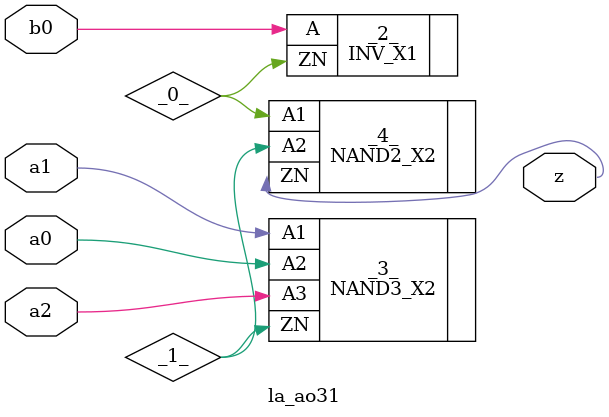
<source format=v>

/* Generated by Yosys 0.44 (git sha1 80ba43d26, g++ 11.4.0-1ubuntu1~22.04 -fPIC -O3) */

(* top =  1  *)
(* src = "generated" *)
module la_ao31 (
    a0,
    a1,
    a2,
    b0,
    z
);
  wire _0_;
  wire _1_;
  (* src = "generated" *)
  input a0;
  wire a0;
  (* src = "generated" *)
  input a1;
  wire a1;
  (* src = "generated" *)
  input a2;
  wire a2;
  (* src = "generated" *)
  input b0;
  wire b0;
  (* src = "generated" *)
  output z;
  wire z;
  INV_X1 _2_ (
      .A (b0),
      .ZN(_0_)
  );
  NAND3_X2 _3_ (
      .A1(a1),
      .A2(a0),
      .A3(a2),
      .ZN(_1_)
  );
  NAND2_X2 _4_ (
      .A1(_0_),
      .A2(_1_),
      .ZN(z)
  );
endmodule

</source>
